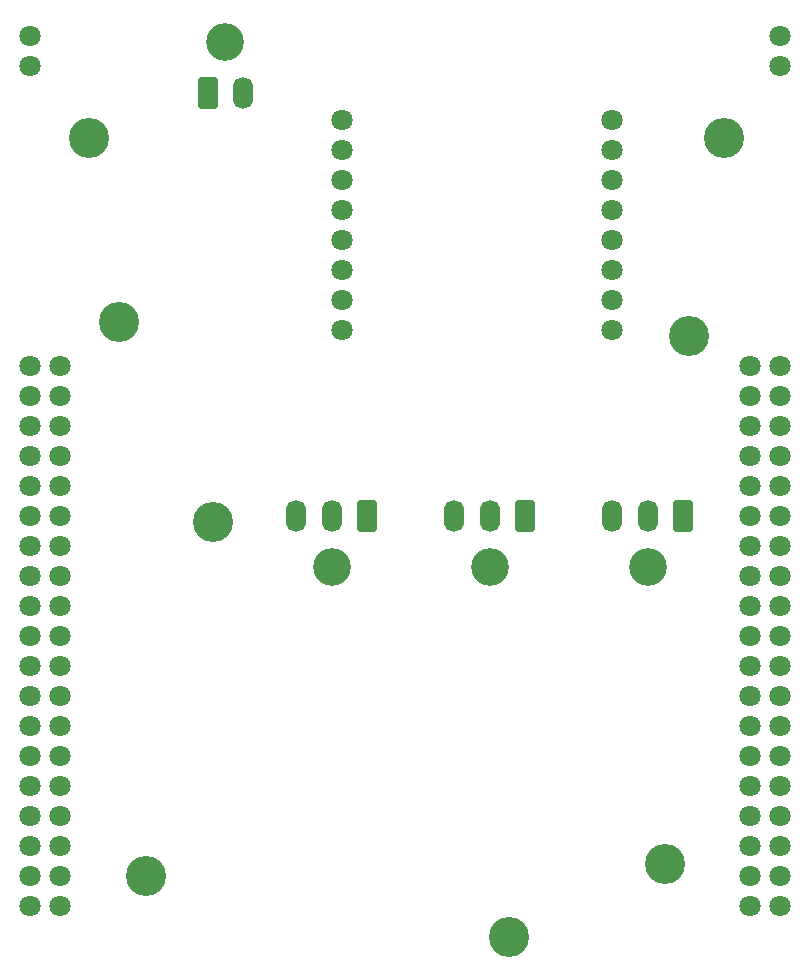
<source format=gbr>
%TF.GenerationSoftware,Altium Limited,Altium Designer,20.1.14 (287)*%
G04 Layer_Color=26163*
%FSLAX44Y44*%
%MOMM*%
%TF.SameCoordinates,63771276-D6CB-4F8E-99AF-54020A414098*%
%TF.FilePolarity,Negative*%
%TF.FileFunction,Soldermask,Bot*%
%TF.Part,Single*%
G01*
G75*
%TA.AperFunction,ComponentPad*%
%ADD40C,3.2000*%
%ADD41O,1.7000X2.7000*%
G04:AMPARAMS|DCode=42|XSize=2.7mm|YSize=1.7mm|CornerRadius=0.25mm|HoleSize=0mm|Usage=FLASHONLY|Rotation=270.000|XOffset=0mm|YOffset=0mm|HoleType=Round|Shape=RoundedRectangle|*
%AMROUNDEDRECTD42*
21,1,2.7000,1.2000,0,0,270.0*
21,1,2.2000,1.7000,0,0,270.0*
1,1,0.5000,-0.6000,-1.1000*
1,1,0.5000,-0.6000,1.1000*
1,1,0.5000,0.6000,1.1000*
1,1,0.5000,0.6000,-1.1000*
%
%ADD42ROUNDEDRECTD42*%
%ADD43C,1.8000*%
%TA.AperFunction,WasherPad*%
%ADD44C,3.4000*%
D40*
X255000Y287000D02*
D03*
X388833D02*
D03*
X522667D02*
D03*
X164999Y731203D02*
D03*
D41*
X224999Y330203D02*
D03*
X254999D02*
D03*
X358833D02*
D03*
X388833D02*
D03*
X492666D02*
D03*
X522666D02*
D03*
X180000Y688000D02*
D03*
D42*
X284999Y330203D02*
D03*
X418833D02*
D03*
X552666D02*
D03*
X150000Y688000D02*
D03*
D43*
X492500Y665000D02*
D03*
Y639600D02*
D03*
Y614200D02*
D03*
Y588800D02*
D03*
Y563400D02*
D03*
Y538000D02*
D03*
Y512600D02*
D03*
Y487200D02*
D03*
X263900D02*
D03*
Y512600D02*
D03*
Y538000D02*
D03*
Y563400D02*
D03*
Y588800D02*
D03*
Y614200D02*
D03*
Y665000D02*
D03*
Y639600D02*
D03*
X-400Y711200D02*
D03*
Y736600D02*
D03*
X634600Y711200D02*
D03*
Y736600D02*
D03*
X609200Y0D02*
D03*
X634600Y457200D02*
D03*
Y431800D02*
D03*
Y406400D02*
D03*
Y381000D02*
D03*
Y355600D02*
D03*
Y330200D02*
D03*
Y304800D02*
D03*
Y279400D02*
D03*
Y254000D02*
D03*
Y228600D02*
D03*
Y203200D02*
D03*
Y177800D02*
D03*
Y152400D02*
D03*
Y127000D02*
D03*
Y101600D02*
D03*
Y76200D02*
D03*
Y50800D02*
D03*
Y25400D02*
D03*
Y0D02*
D03*
X609200Y457200D02*
D03*
Y431800D02*
D03*
Y406400D02*
D03*
Y381000D02*
D03*
Y355600D02*
D03*
Y330200D02*
D03*
Y304800D02*
D03*
Y279400D02*
D03*
Y254000D02*
D03*
Y228600D02*
D03*
Y203200D02*
D03*
Y177800D02*
D03*
Y152400D02*
D03*
Y127000D02*
D03*
Y101600D02*
D03*
Y76200D02*
D03*
Y50800D02*
D03*
Y25400D02*
D03*
X25000Y457200D02*
D03*
Y431800D02*
D03*
Y406400D02*
D03*
Y381000D02*
D03*
Y355600D02*
D03*
Y330200D02*
D03*
Y304800D02*
D03*
Y279400D02*
D03*
Y254000D02*
D03*
Y228600D02*
D03*
Y203200D02*
D03*
Y177800D02*
D03*
Y152400D02*
D03*
Y127000D02*
D03*
Y101600D02*
D03*
Y76200D02*
D03*
Y50800D02*
D03*
Y25400D02*
D03*
Y0D02*
D03*
X-400Y457200D02*
D03*
Y431800D02*
D03*
Y406400D02*
D03*
Y381000D02*
D03*
Y355600D02*
D03*
Y330200D02*
D03*
Y304800D02*
D03*
Y279400D02*
D03*
Y254000D02*
D03*
Y228600D02*
D03*
Y203200D02*
D03*
Y177800D02*
D03*
Y152400D02*
D03*
Y127000D02*
D03*
Y101600D02*
D03*
Y76200D02*
D03*
Y50800D02*
D03*
Y25400D02*
D03*
Y0D02*
D03*
D44*
X154510Y325000D02*
D03*
X587500Y650000D02*
D03*
X50000D02*
D03*
X537500Y35000D02*
D03*
X75114Y494514D02*
D03*
X405313Y-26186D02*
D03*
X557500Y482500D02*
D03*
X97500Y25000D02*
D03*
%TF.MD5,33e1b96520034c370ad0f78451e5ee74*%
M02*

</source>
